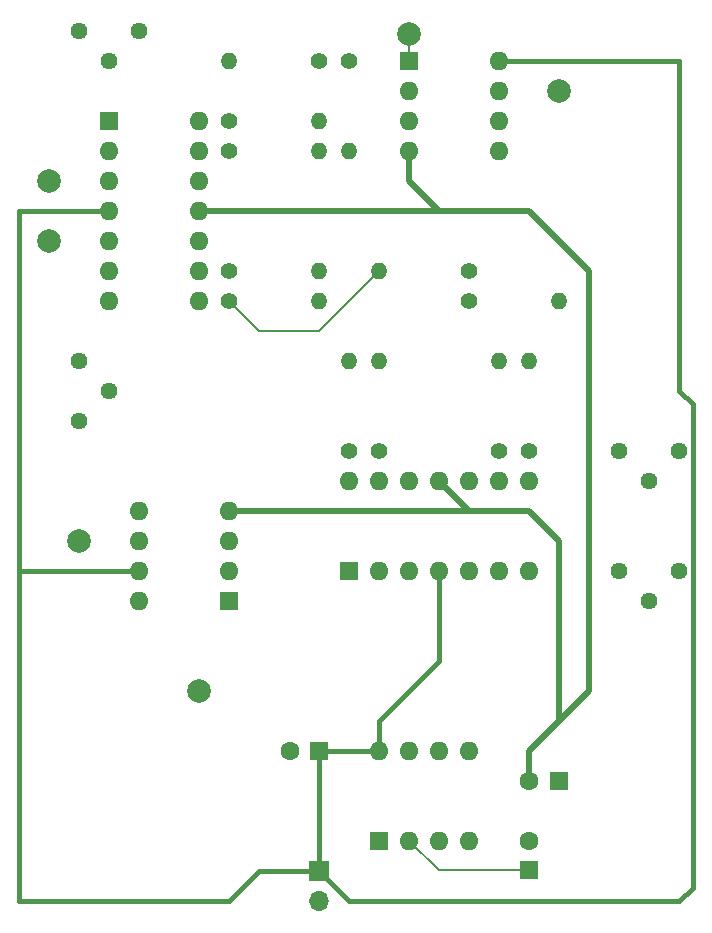
<source format=gbr>
%TF.GenerationSoftware,KiCad,Pcbnew,8.0.8*%
%TF.CreationDate,2025-02-20T08:22:17+09:00*%
%TF.ProjectId,kicad_patchBox,6b696361-645f-4706-9174-6368426f782e,rev?*%
%TF.SameCoordinates,Original*%
%TF.FileFunction,Copper,L1,Top*%
%TF.FilePolarity,Positive*%
%FSLAX46Y46*%
G04 Gerber Fmt 4.6, Leading zero omitted, Abs format (unit mm)*
G04 Created by KiCad (PCBNEW 8.0.8) date 2025-02-20 08:22:17*
%MOMM*%
%LPD*%
G01*
G04 APERTURE LIST*
%TA.AperFunction,ComponentPad*%
%ADD10R,1.600000X1.600000*%
%TD*%
%TA.AperFunction,ComponentPad*%
%ADD11O,1.600000X1.600000*%
%TD*%
%TA.AperFunction,ComponentPad*%
%ADD12C,1.400000*%
%TD*%
%TA.AperFunction,ComponentPad*%
%ADD13O,1.400000X1.400000*%
%TD*%
%TA.AperFunction,ComponentPad*%
%ADD14C,1.600000*%
%TD*%
%TA.AperFunction,ComponentPad*%
%ADD15R,1.700000X1.700000*%
%TD*%
%TA.AperFunction,ComponentPad*%
%ADD16O,1.700000X1.700000*%
%TD*%
%TA.AperFunction,ComponentPad*%
%ADD17C,1.440000*%
%TD*%
%TA.AperFunction,ViaPad*%
%ADD18C,2.000000*%
%TD*%
%TA.AperFunction,Conductor*%
%ADD19C,0.200000*%
%TD*%
%TA.AperFunction,Conductor*%
%ADD20C,0.400000*%
%TD*%
%TA.AperFunction,Conductor*%
%ADD21C,0.500000*%
%TD*%
G04 APERTURE END LIST*
D10*
%TO.P,U4,1*%
%TO.N,/WDL_Out*%
X165100000Y-43180000D03*
D11*
%TO.P,U4,2,-*%
%TO.N,Net-(U4A--)*%
X165100000Y-45720000D03*
%TO.P,U4,3,+*%
%TO.N,GND*%
X165100000Y-48260000D03*
%TO.P,U4,4,V-*%
%TO.N,-8V*%
X165100000Y-50800000D03*
%TO.P,U4,5,+*%
%TO.N,GND*%
X172720000Y-50800000D03*
%TO.P,U4,6,-*%
%TO.N,Net-(U4B--)*%
X172720000Y-48260000D03*
%TO.P,U4,7*%
%TO.N,/WDR_Out*%
X172720000Y-45720000D03*
%TO.P,U4,8,V+*%
%TO.N,+9V*%
X172720000Y-43180000D03*
%TD*%
D12*
%TO.P,R9,1*%
%TO.N,Net-(U4B--)*%
X170180000Y-60960000D03*
D13*
%TO.P,R9,2*%
%TO.N,/WetL_Inv*%
X162560000Y-60960000D03*
%TD*%
D12*
%TO.P,R4,1*%
%TO.N,/Dry2*%
X160020000Y-76200000D03*
D13*
%TO.P,R4,2*%
%TO.N,Net-(U1D--)*%
X160020000Y-68580000D03*
%TD*%
D12*
%TO.P,R12,1*%
%TO.N,Net-(U4A--)*%
X160020000Y-43180000D03*
D13*
%TO.P,R12,2*%
%TO.N,/Dry2*%
X160020000Y-50800000D03*
%TD*%
D12*
%TO.P,R5,1*%
%TO.N,Net-(U3D--)*%
X149860000Y-50800000D03*
D13*
%TO.P,R5,2*%
%TO.N,Net-(R5-Pad2)*%
X157480000Y-50800000D03*
%TD*%
D12*
%TO.P,R1,1*%
%TO.N,Net-(U1C--)*%
X172720000Y-76200000D03*
D13*
%TO.P,R1,2*%
%TO.N,Net-(R1-Pad2)*%
X172720000Y-68580000D03*
%TD*%
D10*
%TO.P,C3,1*%
%TO.N,GND*%
X177760000Y-104140000D03*
D14*
%TO.P,C3,2*%
%TO.N,-8V*%
X175260000Y-104140000D03*
%TD*%
D10*
%TO.P,U5,1,FB/SHDN*%
%TO.N,unconnected-(U5-FB{slash}SHDN-Pad1)*%
X162560000Y-109220000D03*
D11*
%TO.P,U5,2,CAP+*%
%TO.N,Net-(U5-CAP+)*%
X165100000Y-109220000D03*
%TO.P,U5,3,GND*%
%TO.N,GND*%
X167640000Y-109220000D03*
%TO.P,U5,4,CAP-*%
%TO.N,Net-(U5-CAP-)*%
X170180000Y-109220000D03*
%TO.P,U5,5,-VOUT*%
%TO.N,-8V*%
X170180000Y-101600000D03*
%TO.P,U5,6,VREF*%
%TO.N,unconnected-(U5-VREF-Pad6)*%
X167640000Y-101600000D03*
%TO.P,U5,7,OSC*%
%TO.N,unconnected-(U5-OSC-Pad7)*%
X165100000Y-101600000D03*
%TO.P,U5,8,V+*%
%TO.N,+9V*%
X162560000Y-101600000D03*
%TD*%
D12*
%TO.P,R8,1*%
%TO.N,/WetL_Inv*%
X149860000Y-63500000D03*
D13*
%TO.P,R8,2*%
%TO.N,Net-(U3C--)*%
X157480000Y-63500000D03*
%TD*%
D12*
%TO.P,R11,1*%
%TO.N,Net-(U4A--)*%
X157480000Y-43180000D03*
D13*
%TO.P,R11,2*%
%TO.N,/WetR_Inv*%
X149860000Y-43180000D03*
%TD*%
D12*
%TO.P,R7,1*%
%TO.N,Net-(U3C--)*%
X149860000Y-60960000D03*
D13*
%TO.P,R7,2*%
%TO.N,Net-(R7-Pad2)*%
X157480000Y-60960000D03*
%TD*%
D15*
%TO.P,J1,1,Pin_1*%
%TO.N,+9V*%
X157480000Y-111760000D03*
D16*
%TO.P,J1,2,Pin_2*%
%TO.N,GND*%
X157480000Y-114300000D03*
%TD*%
D10*
%TO.P,U2,1,NULL*%
%TO.N,unconnected-(U2-NULL-Pad1)*%
X149860000Y-88900000D03*
D11*
%TO.P,U2,2,-*%
%TO.N,/Dry_Buffered_Bypass*%
X149860000Y-86360000D03*
%TO.P,U2,3,+*%
%TO.N,/Dry_In*%
X149860000Y-83820000D03*
%TO.P,U2,4,V-*%
%TO.N,-8V*%
X149860000Y-81280000D03*
%TO.P,U2,5,NULL*%
%TO.N,unconnected-(U2-NULL-Pad5)*%
X142240000Y-81280000D03*
%TO.P,U2,6*%
%TO.N,/Dry_Buffered_Bypass*%
X142240000Y-83820000D03*
%TO.P,U2,7,V+*%
%TO.N,+9V*%
X142240000Y-86360000D03*
%TO.P,U2,8,NC*%
%TO.N,unconnected-(U2-NC-Pad8)*%
X142240000Y-88900000D03*
%TD*%
D17*
%TO.P,RV2,1,1*%
%TO.N,Net-(U1B--)*%
X182880000Y-86360000D03*
%TO.P,RV2,2,2*%
%TO.N,Net-(R1-Pad2)*%
X185420000Y-88900000D03*
%TO.P,RV2,3,3*%
%TO.N,GND*%
X187960000Y-86360000D03*
%TD*%
D10*
%TO.P,U3,1*%
%TO.N,Net-(U3A--)*%
X139700000Y-48255000D03*
D11*
%TO.P,U3,2,-*%
X139700000Y-50795000D03*
%TO.P,U3,3,+*%
%TO.N,/Wet_Right_In*%
X139700000Y-53335000D03*
%TO.P,U3,4,V+*%
%TO.N,+9V*%
X139700000Y-55875000D03*
%TO.P,U3,5,+*%
%TO.N,/Wet_Left_In*%
X139700000Y-58415000D03*
%TO.P,U3,6,-*%
%TO.N,Net-(U3B--)*%
X139700000Y-60955000D03*
%TO.P,U3,7*%
X139700000Y-63495000D03*
%TO.P,U3,8*%
%TO.N,/WetL_Inv*%
X147320000Y-63495000D03*
%TO.P,U3,9,-*%
%TO.N,Net-(U3C--)*%
X147320000Y-60955000D03*
%TO.P,U3,10,+*%
%TO.N,GND*%
X147320000Y-58415000D03*
%TO.P,U3,11,V-*%
%TO.N,-8V*%
X147320000Y-55875000D03*
%TO.P,U3,12,+*%
%TO.N,GND*%
X147320000Y-53335000D03*
%TO.P,U3,13,-*%
%TO.N,Net-(U3D--)*%
X147320000Y-50795000D03*
%TO.P,U3,14*%
%TO.N,/WetR_Inv*%
X147320000Y-48255000D03*
%TD*%
D10*
%TO.P,U1,1*%
%TO.N,Net-(U1A--)*%
X160020000Y-86360000D03*
D11*
%TO.P,U1,2,-*%
X162560000Y-86360000D03*
%TO.P,U1,3,+*%
%TO.N,/Dry_In*%
X165100000Y-86360000D03*
%TO.P,U1,4,V+*%
%TO.N,+9V*%
X167640000Y-86360000D03*
%TO.P,U1,5,+*%
%TO.N,/Dry_In*%
X170180000Y-86360000D03*
%TO.P,U1,6,-*%
%TO.N,Net-(U1B--)*%
X172720000Y-86360000D03*
%TO.P,U1,7*%
X175260000Y-86360000D03*
%TO.P,U1,8*%
%TO.N,/Dry1*%
X175260000Y-78740000D03*
%TO.P,U1,9,-*%
%TO.N,Net-(U1C--)*%
X172720000Y-78740000D03*
%TO.P,U1,10,+*%
%TO.N,GND*%
X170180000Y-78740000D03*
%TO.P,U1,11,V-*%
%TO.N,-8V*%
X167640000Y-78740000D03*
%TO.P,U1,12,+*%
%TO.N,GND*%
X165100000Y-78740000D03*
%TO.P,U1,13,-*%
%TO.N,Net-(U1D--)*%
X162560000Y-78740000D03*
%TO.P,U1,14*%
%TO.N,/Dry2*%
X160020000Y-78740000D03*
%TD*%
D17*
%TO.P,RV4,1,1*%
%TO.N,Net-(U3B--)*%
X137160000Y-73660000D03*
%TO.P,RV4,2,2*%
%TO.N,Net-(R7-Pad2)*%
X139700000Y-71120000D03*
%TO.P,RV4,3,3*%
%TO.N,GND*%
X137160000Y-68580000D03*
%TD*%
D12*
%TO.P,R3,1*%
%TO.N,Net-(U1D--)*%
X162560000Y-76200000D03*
D13*
%TO.P,R3,2*%
%TO.N,Net-(R3-Pad2)*%
X162560000Y-68580000D03*
%TD*%
D10*
%TO.P,C1,1*%
%TO.N,Net-(U5-CAP+)*%
X175260000Y-111720000D03*
D14*
%TO.P,C1,2*%
%TO.N,Net-(U5-CAP-)*%
X175260000Y-109220000D03*
%TD*%
D10*
%TO.P,C2,1*%
%TO.N,+9V*%
X157480000Y-101600000D03*
D14*
%TO.P,C2,2*%
%TO.N,GND*%
X154980000Y-101600000D03*
%TD*%
D17*
%TO.P,RV1,1,1*%
%TO.N,Net-(U1A--)*%
X182880000Y-76200000D03*
%TO.P,RV1,2,2*%
%TO.N,Net-(R3-Pad2)*%
X185420000Y-78740000D03*
%TO.P,RV1,3,3*%
%TO.N,GND*%
X187960000Y-76200000D03*
%TD*%
D12*
%TO.P,R10,1*%
%TO.N,Net-(U4B--)*%
X170180000Y-63500000D03*
D13*
%TO.P,R10,2*%
%TO.N,/Dry1*%
X177800000Y-63500000D03*
%TD*%
D17*
%TO.P,RV3,1,1*%
%TO.N,Net-(U3A--)*%
X137160000Y-40640000D03*
%TO.P,RV3,2,2*%
%TO.N,Net-(R5-Pad2)*%
X139700000Y-43180000D03*
%TO.P,RV3,3,3*%
%TO.N,GND*%
X142240000Y-40640000D03*
%TD*%
D12*
%TO.P,R2,1*%
%TO.N,/Dry1*%
X175260000Y-76200000D03*
D13*
%TO.P,R2,2*%
%TO.N,Net-(U1C--)*%
X175260000Y-68580000D03*
%TD*%
D12*
%TO.P,R6,1*%
%TO.N,/WetR_Inv*%
X149860000Y-48260000D03*
D13*
%TO.P,R6,2*%
%TO.N,Net-(U3D--)*%
X157480000Y-48260000D03*
%TD*%
D18*
%TO.N,/Dry_Buffered_Bypass*%
X137160000Y-83820000D03*
%TO.N,/Dry_In*%
X147320000Y-96520000D03*
%TO.N,/Wet_Left_In*%
X134620000Y-58420000D03*
%TO.N,/Wet_Right_In*%
X134620000Y-53340000D03*
%TO.N,/WDR_Out*%
X177800000Y-45720000D03*
%TO.N,/WDL_Out*%
X165100000Y-40900000D03*
%TD*%
D19*
%TO.N,/Wet_Left_In*%
X134625000Y-58415000D02*
X134620000Y-58420000D01*
D20*
%TO.N,+9V*%
X167640000Y-86360000D02*
X167640000Y-93980000D01*
X167640000Y-93980000D02*
X162560000Y-99060000D01*
X162560000Y-99060000D02*
X162560000Y-101600000D01*
X132080000Y-76200000D02*
X132080000Y-86360000D01*
X132080000Y-86360000D02*
X132080000Y-114300000D01*
X142240000Y-86360000D02*
X132080000Y-86360000D01*
D21*
%TO.N,-8V*%
X170180000Y-81280000D02*
X149860000Y-81280000D01*
D20*
%TO.N,+9V*%
X172720000Y-43180000D02*
X187960000Y-43180000D01*
X160020000Y-114300000D02*
X157480000Y-111760000D01*
X187960000Y-43180000D02*
X187960000Y-71120000D01*
X187960000Y-71120000D02*
X189080000Y-72240000D01*
X189080000Y-72240000D02*
X189080000Y-113180000D01*
X189080000Y-113180000D02*
X187960000Y-114300000D01*
X187960000Y-114300000D02*
X160020000Y-114300000D01*
D19*
%TO.N,/WDL_Out*%
X165100000Y-43180000D02*
X165100000Y-40900000D01*
D20*
%TO.N,+9V*%
X162560000Y-101600000D02*
X157480000Y-101600000D01*
X157480000Y-111760000D02*
X157480000Y-101600000D01*
X132080000Y-114300000D02*
X149860000Y-114300000D01*
X152400000Y-111760000D02*
X157480000Y-111760000D01*
X149860000Y-114300000D02*
X152400000Y-111760000D01*
X132080000Y-76200000D02*
X132080000Y-55880000D01*
X132080000Y-55880000D02*
X132085000Y-55875000D01*
X132085000Y-55875000D02*
X139700000Y-55875000D01*
D21*
%TO.N,-8V*%
X167640000Y-55880000D02*
X167635000Y-55875000D01*
X167635000Y-55875000D02*
X147320000Y-55875000D01*
D19*
%TO.N,Net-(U5-CAP+)*%
X165100000Y-109220000D02*
X167600000Y-111720000D01*
X167600000Y-111720000D02*
X175260000Y-111720000D01*
D21*
%TO.N,-8V*%
X180340000Y-60960000D02*
X180340000Y-96520000D01*
X175260000Y-101600000D02*
X175260000Y-104140000D01*
X180340000Y-96520000D02*
X175260000Y-101600000D01*
X167640000Y-55880000D02*
X175260000Y-55880000D01*
X175260000Y-55880000D02*
X180340000Y-60960000D01*
X177800000Y-99060000D02*
X175260000Y-101600000D01*
X165100000Y-53340000D02*
X167640000Y-55880000D01*
X165100000Y-50800000D02*
X165100000Y-53340000D01*
X177800000Y-83820000D02*
X177800000Y-99060000D01*
X170180000Y-81280000D02*
X175260000Y-81280000D01*
X175260000Y-81280000D02*
X177800000Y-83820000D01*
X167640000Y-78740000D02*
X170180000Y-81280000D01*
D19*
%TO.N,/WetL_Inv*%
X157480000Y-66040000D02*
X162560000Y-60960000D01*
X152400000Y-66040000D02*
X157480000Y-66040000D01*
X149860000Y-63500000D02*
X152400000Y-66040000D01*
%TD*%
M02*

</source>
